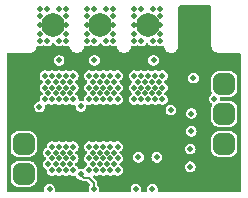
<source format=gbr>
%TF.GenerationSoftware,KiCad,Pcbnew,7.0.2-6a45011f42~172~ubuntu22.04.1*%
%TF.CreationDate,2023-05-29T23:07:21+12:00*%
%TF.ProjectId,THE_BRAWN-20A_POWER,5448455f-4252-4415-974e-2d3230415f50,v2.0*%
%TF.SameCoordinates,Original*%
%TF.FileFunction,Copper,L2,Inr*%
%TF.FilePolarity,Positive*%
%FSLAX46Y46*%
G04 Gerber Fmt 4.6, Leading zero omitted, Abs format (unit mm)*
G04 Created by KiCad (PCBNEW 7.0.2-6a45011f42~172~ubuntu22.04.1) date 2023-05-29 23:07:21*
%MOMM*%
%LPD*%
G01*
G04 APERTURE LIST*
G04 Aperture macros list*
%AMRoundRect*
0 Rectangle with rounded corners*
0 $1 Rounding radius*
0 $2 $3 $4 $5 $6 $7 $8 $9 X,Y pos of 4 corners*
0 Add a 4 corners polygon primitive as box body*
4,1,4,$2,$3,$4,$5,$6,$7,$8,$9,$2,$3,0*
0 Add four circle primitives for the rounded corners*
1,1,$1+$1,$2,$3*
1,1,$1+$1,$4,$5*
1,1,$1+$1,$6,$7*
1,1,$1+$1,$8,$9*
0 Add four rect primitives between the rounded corners*
20,1,$1+$1,$2,$3,$4,$5,0*
20,1,$1+$1,$4,$5,$6,$7,0*
20,1,$1+$1,$6,$7,$8,$9,0*
20,1,$1+$1,$8,$9,$2,$3,0*%
G04 Aperture macros list end*
%TA.AperFunction,ComponentPad*%
%ADD10RoundRect,0.450000X-0.450000X-0.450000X0.450000X-0.450000X0.450000X0.450000X-0.450000X0.450000X0*%
%TD*%
%TA.AperFunction,ComponentPad*%
%ADD11C,2.000000*%
%TD*%
%TA.AperFunction,ViaPad*%
%ADD12C,0.500000*%
%TD*%
%TA.AperFunction,Conductor*%
%ADD13C,0.200000*%
%TD*%
G04 APERTURE END LIST*
D10*
%TO.N,GND*%
%TO.C,J2*%
X137000000Y-155500000D03*
X137000000Y-158040000D03*
%TO.N,/A_FET_N2*%
X137000000Y-160580000D03*
%TO.N,/A_FET_N1*%
X137000000Y-163120000D03*
%TD*%
D11*
%TO.N,/A_MOTOR-*%
%TO.C,H4*%
X143500000Y-150500000D03*
%TD*%
%TO.N,/A_MOTOR+*%
%TO.C,H3*%
X139500000Y-150500000D03*
%TD*%
%TO.N,GND*%
%TO.C,H2*%
X151500000Y-150500000D03*
%TD*%
D10*
%TO.N,/A_FET_N1_HS*%
%TO.C,J1*%
X154000000Y-155500000D03*
%TO.N,/A_FET_N2_HS*%
X154000000Y-158040000D03*
%TO.N,VCC*%
X154000000Y-160580000D03*
%TO.N,GND*%
X154000000Y-163120000D03*
%TD*%
D11*
%TO.N,Net-(Q1-D)*%
%TO.C,H1*%
X147500000Y-150500000D03*
%TD*%
D12*
%TO.N,/A_MOTOR+*%
X141200000Y-162800000D03*
X140300000Y-155300000D03*
X140600000Y-156800000D03*
X140600000Y-150500000D03*
X139400000Y-160800000D03*
X140300000Y-162300000D03*
X140000000Y-151850000D03*
X140000000Y-156800000D03*
X139400000Y-155800000D03*
X139100000Y-162300000D03*
X140600000Y-149150000D03*
X140000000Y-149150000D03*
X141200000Y-156800000D03*
X141200000Y-161800000D03*
X140000000Y-162800000D03*
X140600000Y-160800000D03*
X139400000Y-162800000D03*
X139700000Y-161300000D03*
X140600000Y-151850000D03*
X140000000Y-153500000D03*
X140000000Y-160800000D03*
X140600000Y-151250000D03*
X139700000Y-162300000D03*
X138800000Y-156800000D03*
X138400000Y-149150000D03*
X140000000Y-161800000D03*
X139000000Y-151850000D03*
X138400000Y-149750000D03*
X139400000Y-161800000D03*
X139000000Y-149150000D03*
X140600000Y-154800000D03*
X140300000Y-156300000D03*
X141200000Y-154800000D03*
X140000000Y-155800000D03*
X138400000Y-150500000D03*
X141200000Y-155800000D03*
X139100000Y-161300000D03*
X139700000Y-155300000D03*
X139100000Y-155300000D03*
X140600000Y-161800000D03*
X139400000Y-154800000D03*
X138400000Y-151250000D03*
X140300000Y-161300000D03*
X139700000Y-156300000D03*
X138400000Y-151850000D03*
X138800000Y-154800000D03*
X140600000Y-162800000D03*
X139100000Y-156300000D03*
X140900000Y-161300000D03*
X140600000Y-149750000D03*
X140600000Y-155800000D03*
X141200000Y-160800000D03*
X140900000Y-162300000D03*
X140900000Y-155300000D03*
X140000000Y-154800000D03*
X139400000Y-156800000D03*
X138800000Y-155800000D03*
X140900000Y-156300000D03*
%TO.N,/A_MOTOR-*%
X144950000Y-161800000D03*
X142400000Y-151850000D03*
X143150000Y-155800000D03*
X142400000Y-150500000D03*
X144650000Y-161300000D03*
X144350000Y-161800000D03*
X142400000Y-149750000D03*
X144350000Y-156800000D03*
X144600000Y-149750000D03*
X144950000Y-160800000D03*
X144050000Y-161300000D03*
X143000000Y-149150000D03*
X143150000Y-162800000D03*
X143150000Y-156800000D03*
X142850000Y-161300000D03*
X144050000Y-155300000D03*
X142550000Y-156800000D03*
X142400000Y-149150000D03*
X143750000Y-162800000D03*
X144000000Y-149150000D03*
X142400000Y-151250000D03*
X142550000Y-154800000D03*
X144350000Y-162800000D03*
X142550000Y-162800000D03*
X143450000Y-156300000D03*
X143750000Y-154800000D03*
X143450000Y-162300000D03*
X144050000Y-162300000D03*
X144350000Y-160800000D03*
X144000000Y-151850000D03*
X144950000Y-154800000D03*
X142850000Y-156300000D03*
X143150000Y-160800000D03*
X144650000Y-156300000D03*
X144650000Y-162300000D03*
X143000000Y-151850000D03*
X143450000Y-161300000D03*
X142550000Y-161800000D03*
X142550000Y-160800000D03*
X143750000Y-155800000D03*
X143450000Y-155300000D03*
X144950000Y-155800000D03*
X144350000Y-155800000D03*
X144950000Y-162800000D03*
X143000000Y-153500000D03*
X142850000Y-162300000D03*
X143150000Y-161800000D03*
X143750000Y-161800000D03*
X144600000Y-150500000D03*
X144600000Y-151250000D03*
X144050000Y-156300000D03*
X144650000Y-155300000D03*
X144600000Y-151850000D03*
X144950000Y-156800000D03*
X143750000Y-160800000D03*
X143750000Y-156800000D03*
X142550000Y-155800000D03*
X142850000Y-155300000D03*
X143150000Y-154800000D03*
X144600000Y-149150000D03*
X144350000Y-154800000D03*
%TO.N,VCC*%
X149475000Y-157700000D03*
%TO.N,GND*%
X137820230Y-161849775D03*
X152600000Y-150500000D03*
X135950000Y-153200000D03*
X154900000Y-159300000D03*
X136100000Y-161850000D03*
X152700000Y-164400000D03*
X151000000Y-151850000D03*
X145150000Y-164400000D03*
X152000000Y-149150000D03*
X136125000Y-159300000D03*
X153150000Y-161850000D03*
X152000000Y-164400000D03*
X141400000Y-164400000D03*
X150400000Y-149750000D03*
X138300000Y-164400000D03*
X150400000Y-149150000D03*
X152600000Y-149750000D03*
X139900000Y-164400000D03*
X152000000Y-151850000D03*
X140650000Y-164400000D03*
X142250000Y-164400000D03*
X154900000Y-161850000D03*
X145800000Y-164400000D03*
X155000000Y-153200000D03*
X155050000Y-164300000D03*
X154900000Y-156775000D03*
X152600000Y-151250000D03*
X137850000Y-154250000D03*
X149900000Y-164400000D03*
X148599503Y-164400000D03*
X153100000Y-154250000D03*
X150400000Y-151850000D03*
X150400000Y-150500000D03*
X152600000Y-149150000D03*
X136075000Y-156775000D03*
X151000000Y-149150000D03*
X137850000Y-159300000D03*
X151000000Y-153500000D03*
X150600000Y-164400000D03*
X152600000Y-151850000D03*
X147200498Y-164400000D03*
X153150000Y-159300000D03*
X145625000Y-157285000D03*
X150400000Y-151250000D03*
X151300000Y-164400000D03*
X149250000Y-164400000D03*
X136075000Y-154250000D03*
X143825000Y-164400000D03*
X135950000Y-164300000D03*
X144500000Y-164400000D03*
X154900000Y-154250000D03*
X137825000Y-156775000D03*
%TO.N,/A_FET_P1*%
X138336801Y-157439387D03*
X146725000Y-161700000D03*
X151200000Y-159500000D03*
%TO.N,/A_FET_N1*%
X151100000Y-161000000D03*
X139200000Y-164400000D03*
%TO.N,/A_FET_N1_HS*%
X151374500Y-155000000D03*
X146500000Y-164400000D03*
%TO.N,/A_FET_N2_HS*%
X147900001Y-164400000D03*
X153147731Y-156754538D03*
%TO.N,/A_FET_P2*%
X151200000Y-158000000D03*
X148275000Y-161700000D03*
X141850000Y-157400000D03*
%TO.N,/A_FET_N2*%
X141842774Y-163152480D03*
X142950000Y-164400000D03*
X151100000Y-162500000D03*
%TO.N,Net-(Q1-D)*%
X147850000Y-156300000D03*
X148750000Y-154800000D03*
X146950000Y-154800000D03*
X146350000Y-155800000D03*
X147950000Y-151850000D03*
X148450000Y-156300000D03*
X146650000Y-155300000D03*
X148550000Y-150500000D03*
X148550000Y-151850000D03*
X146950000Y-156800000D03*
X146350000Y-151250000D03*
X146950000Y-149150000D03*
X147550000Y-156800000D03*
X148550000Y-149750000D03*
X148150000Y-156800000D03*
X146350000Y-149150000D03*
X146350000Y-151850000D03*
X148450000Y-155300000D03*
X146350000Y-149750000D03*
X146950000Y-151850000D03*
X146350000Y-154800000D03*
X148750000Y-155800000D03*
X148150000Y-154800000D03*
X146350000Y-150500000D03*
X146650000Y-156300000D03*
X147250000Y-156300000D03*
X147850000Y-155300000D03*
X147250000Y-155300000D03*
X147550000Y-155800000D03*
X148750000Y-156800000D03*
X148550000Y-151250000D03*
X147950000Y-149150000D03*
X148150000Y-155800000D03*
X148550000Y-149150000D03*
X147550000Y-154800000D03*
X146350000Y-156800000D03*
X148000000Y-153500000D03*
X146950000Y-155800000D03*
%TD*%
D13*
%TO.N,/A_FET_N1*%
X137155000Y-163475000D02*
X136800000Y-163120000D01*
%TO.N,/A_FET_N2*%
X142950000Y-163900000D02*
X142500000Y-163450000D01*
X142500000Y-163450000D02*
X142140294Y-163450000D01*
X142950000Y-164400500D02*
X142950000Y-163900000D01*
X137157818Y-160580000D02*
X136800000Y-160580000D01*
X142140294Y-163450000D02*
X141842774Y-163152480D01*
%TD*%
%TA.AperFunction,Conductor*%
%TO.N,GND*%
G36*
X152842539Y-148870185D02*
G01*
X152888294Y-148922989D01*
X152899500Y-148974500D01*
X152899500Y-152317660D01*
X152929610Y-152449587D01*
X152988324Y-152571505D01*
X152988325Y-152571507D01*
X153072695Y-152677305D01*
X153178493Y-152761675D01*
X153300411Y-152820388D01*
X153300412Y-152820389D01*
X153432339Y-152850500D01*
X153432340Y-152850500D01*
X153484083Y-152850500D01*
X155275500Y-152850500D01*
X155342539Y-152870185D01*
X155388294Y-152922989D01*
X155399500Y-152974500D01*
X155399500Y-164525500D01*
X155379815Y-164592539D01*
X155327011Y-164638294D01*
X155275500Y-164649500D01*
X148462365Y-164649500D01*
X148395326Y-164629815D01*
X148349571Y-164577011D01*
X148339627Y-164507853D01*
X148355134Y-164400000D01*
X148336698Y-164271774D01*
X148311956Y-164217598D01*
X148282882Y-164153935D01*
X148198050Y-164056033D01*
X148089069Y-163985994D01*
X147964774Y-163949500D01*
X147964773Y-163949500D01*
X147835229Y-163949500D01*
X147835228Y-163949500D01*
X147710932Y-163985994D01*
X147601951Y-164056033D01*
X147517119Y-164153935D01*
X147463303Y-164271773D01*
X147444868Y-164399999D01*
X147460375Y-164507853D01*
X147450431Y-164577012D01*
X147404676Y-164629816D01*
X147337637Y-164649500D01*
X147062364Y-164649500D01*
X146995325Y-164629815D01*
X146949570Y-164577011D01*
X146939626Y-164507853D01*
X146955133Y-164400000D01*
X146936697Y-164271774D01*
X146911955Y-164217598D01*
X146882881Y-164153935D01*
X146798049Y-164056033D01*
X146689068Y-163985994D01*
X146564773Y-163949500D01*
X146564772Y-163949500D01*
X146435228Y-163949500D01*
X146435227Y-163949500D01*
X146310931Y-163985994D01*
X146201950Y-164056033D01*
X146117118Y-164153935D01*
X146063302Y-164271773D01*
X146044867Y-164399999D01*
X146060374Y-164507853D01*
X146050430Y-164577012D01*
X146004675Y-164629816D01*
X145937636Y-164649500D01*
X143512364Y-164649500D01*
X143445325Y-164629815D01*
X143399570Y-164577011D01*
X143389626Y-164507853D01*
X143405133Y-164400000D01*
X143386697Y-164271774D01*
X143332882Y-164153937D01*
X143323264Y-164142837D01*
X143280786Y-164093813D01*
X143251762Y-164030257D01*
X143250500Y-164012612D01*
X143250500Y-163969245D01*
X143253243Y-163952424D01*
X143252772Y-163942237D01*
X143252773Y-163942235D01*
X143250632Y-163895919D01*
X143250500Y-163890194D01*
X143250500Y-163871177D01*
X143248817Y-163856680D01*
X143247585Y-163830008D01*
X143244786Y-163823670D01*
X143236332Y-163796367D01*
X143235061Y-163789567D01*
X143226371Y-163775532D01*
X143221002Y-163766860D01*
X143212995Y-163751670D01*
X143202206Y-163727235D01*
X143197310Y-163722339D01*
X143179563Y-163699933D01*
X143175919Y-163694048D01*
X143154602Y-163677950D01*
X143141648Y-163666677D01*
X142919458Y-163444487D01*
X142885973Y-163383164D01*
X142890957Y-163313472D01*
X142932829Y-163257539D01*
X142998293Y-163233122D01*
X143042073Y-163237829D01*
X143085227Y-163250500D01*
X143085228Y-163250500D01*
X143214773Y-163250500D01*
X143339068Y-163214005D01*
X143378060Y-163188945D01*
X143382960Y-163185796D01*
X143449999Y-163166112D01*
X143517037Y-163185795D01*
X143518925Y-163187009D01*
X143560931Y-163214005D01*
X143685227Y-163250500D01*
X143685228Y-163250500D01*
X143814773Y-163250500D01*
X143900345Y-163225374D01*
X143939069Y-163214004D01*
X143982958Y-163185797D01*
X144049997Y-163166112D01*
X144117037Y-163185795D01*
X144117039Y-163185797D01*
X144160931Y-163214005D01*
X144285227Y-163250500D01*
X144285228Y-163250500D01*
X144414773Y-163250500D01*
X144539068Y-163214005D01*
X144578060Y-163188945D01*
X144582960Y-163185796D01*
X144649999Y-163166112D01*
X144717037Y-163185795D01*
X144718925Y-163187009D01*
X144760931Y-163214005D01*
X144885227Y-163250500D01*
X144885228Y-163250500D01*
X145014773Y-163250500D01*
X145139068Y-163214005D01*
X145167758Y-163195566D01*
X145248049Y-163143967D01*
X145332882Y-163046063D01*
X145386697Y-162928226D01*
X145405133Y-162800000D01*
X145386697Y-162671774D01*
X145384492Y-162666946D01*
X145332881Y-162553935D01*
X145286146Y-162500000D01*
X150644867Y-162500000D01*
X150663302Y-162628226D01*
X150717118Y-162746064D01*
X150801950Y-162843966D01*
X150801951Y-162843967D01*
X150830640Y-162862404D01*
X150910931Y-162914005D01*
X151035227Y-162950500D01*
X151035228Y-162950500D01*
X151164773Y-162950500D01*
X151289068Y-162914005D01*
X151317758Y-162895566D01*
X151398049Y-162843967D01*
X151482882Y-162746063D01*
X151536697Y-162628226D01*
X151555133Y-162500000D01*
X151538053Y-162381203D01*
X151536697Y-162371773D01*
X151482881Y-162253935D01*
X151398049Y-162156033D01*
X151289068Y-162085994D01*
X151164773Y-162049500D01*
X151164772Y-162049500D01*
X151035228Y-162049500D01*
X151035227Y-162049500D01*
X150910931Y-162085994D01*
X150801950Y-162156033D01*
X150717118Y-162253935D01*
X150663302Y-162371773D01*
X150644867Y-162500000D01*
X145286146Y-162500000D01*
X145248049Y-162456033D01*
X145167574Y-162404314D01*
X145121819Y-162351509D01*
X145111876Y-162282351D01*
X145140902Y-162218795D01*
X145167568Y-162195688D01*
X145248049Y-162143967D01*
X145332882Y-162046063D01*
X145386697Y-161928226D01*
X145405133Y-161800000D01*
X145390755Y-161700000D01*
X146269867Y-161700000D01*
X146288302Y-161828226D01*
X146342118Y-161946064D01*
X146405916Y-162019691D01*
X146426951Y-162043967D01*
X146430214Y-162046064D01*
X146535931Y-162114005D01*
X146660227Y-162150500D01*
X146660228Y-162150500D01*
X146789773Y-162150500D01*
X146914068Y-162114005D01*
X146957650Y-162085996D01*
X147023049Y-162043967D01*
X147107882Y-161946063D01*
X147161697Y-161828226D01*
X147180133Y-161700000D01*
X147819867Y-161700000D01*
X147838302Y-161828226D01*
X147892118Y-161946064D01*
X147955916Y-162019691D01*
X147976951Y-162043967D01*
X147980214Y-162046064D01*
X148085931Y-162114005D01*
X148210227Y-162150500D01*
X148210228Y-162150500D01*
X148339773Y-162150500D01*
X148464068Y-162114005D01*
X148507650Y-162085996D01*
X148573049Y-162043967D01*
X148657882Y-161946063D01*
X148711697Y-161828226D01*
X148730133Y-161700000D01*
X148711697Y-161571774D01*
X148700876Y-161548080D01*
X148657881Y-161453935D01*
X148573049Y-161356033D01*
X148464068Y-161285994D01*
X148339773Y-161249500D01*
X148339772Y-161249500D01*
X148210228Y-161249500D01*
X148210227Y-161249500D01*
X148085931Y-161285994D01*
X147976950Y-161356033D01*
X147892118Y-161453935D01*
X147838302Y-161571773D01*
X147819867Y-161700000D01*
X147180133Y-161700000D01*
X147161697Y-161571774D01*
X147150876Y-161548080D01*
X147107881Y-161453935D01*
X147023049Y-161356033D01*
X146914068Y-161285994D01*
X146789773Y-161249500D01*
X146789772Y-161249500D01*
X146660228Y-161249500D01*
X146660227Y-161249500D01*
X146535931Y-161285994D01*
X146426950Y-161356033D01*
X146342118Y-161453935D01*
X146288302Y-161571773D01*
X146269867Y-161700000D01*
X145390755Y-161700000D01*
X145386697Y-161671774D01*
X145332882Y-161553937D01*
X145332881Y-161553936D01*
X145332881Y-161553935D01*
X145248049Y-161456033D01*
X145167574Y-161404314D01*
X145121819Y-161351509D01*
X145111876Y-161282351D01*
X145140902Y-161218795D01*
X145167568Y-161195688D01*
X145248049Y-161143967D01*
X145332882Y-161046063D01*
X145353919Y-161000000D01*
X150644867Y-161000000D01*
X150663302Y-161128226D01*
X150717118Y-161246064D01*
X150779145Y-161317647D01*
X150801951Y-161343967D01*
X150813687Y-161351509D01*
X150910931Y-161414005D01*
X151035227Y-161450500D01*
X151035228Y-161450500D01*
X151164773Y-161450500D01*
X151289068Y-161414005D01*
X151352947Y-161372952D01*
X151398049Y-161343967D01*
X151482882Y-161246063D01*
X151536697Y-161128226D01*
X151541374Y-161095694D01*
X152899500Y-161095694D01*
X152899690Y-161098114D01*
X152899691Y-161098128D01*
X152902402Y-161132572D01*
X152948255Y-161290397D01*
X152964371Y-161317647D01*
X153031919Y-161431865D01*
X153148135Y-161548081D01*
X153188198Y-161571774D01*
X153289602Y-161631744D01*
X153447427Y-161677597D01*
X153447431Y-161677598D01*
X153484306Y-161680500D01*
X153486751Y-161680500D01*
X154513249Y-161680500D01*
X154515694Y-161680500D01*
X154552569Y-161677598D01*
X154710398Y-161631744D01*
X154851865Y-161548081D01*
X154968081Y-161431865D01*
X155051744Y-161290398D01*
X155097598Y-161132569D01*
X155100500Y-161095694D01*
X155100500Y-160064306D01*
X155097598Y-160027431D01*
X155051744Y-159869602D01*
X154968081Y-159728135D01*
X154851865Y-159611919D01*
X154710397Y-159528255D01*
X154552572Y-159482402D01*
X154518128Y-159479691D01*
X154518114Y-159479690D01*
X154515694Y-159479500D01*
X153484306Y-159479500D01*
X153481886Y-159479690D01*
X153481871Y-159479691D01*
X153447427Y-159482402D01*
X153289602Y-159528255D01*
X153148134Y-159611919D01*
X153031919Y-159728134D01*
X152948255Y-159869602D01*
X152902402Y-160027427D01*
X152899691Y-160061871D01*
X152899690Y-160061886D01*
X152899500Y-160064306D01*
X152899500Y-161095694D01*
X151541374Y-161095694D01*
X151555133Y-161000000D01*
X151537625Y-160878225D01*
X151536697Y-160871773D01*
X151482881Y-160753935D01*
X151398049Y-160656033D01*
X151289068Y-160585994D01*
X151164773Y-160549500D01*
X151164772Y-160549500D01*
X151035228Y-160549500D01*
X151035227Y-160549500D01*
X150910931Y-160585994D01*
X150801950Y-160656033D01*
X150717118Y-160753935D01*
X150663302Y-160871773D01*
X150644867Y-161000000D01*
X145353919Y-161000000D01*
X145386697Y-160928226D01*
X145405133Y-160800000D01*
X145386697Y-160671774D01*
X145379508Y-160656033D01*
X145332881Y-160553935D01*
X145248049Y-160456033D01*
X145139068Y-160385994D01*
X145014773Y-160349500D01*
X145014772Y-160349500D01*
X144885228Y-160349500D01*
X144885227Y-160349500D01*
X144760932Y-160385994D01*
X144717039Y-160414203D01*
X144650000Y-160433887D01*
X144582961Y-160414203D01*
X144539067Y-160385994D01*
X144414773Y-160349500D01*
X144414772Y-160349500D01*
X144285228Y-160349500D01*
X144285227Y-160349500D01*
X144160932Y-160385994D01*
X144117039Y-160414203D01*
X144050000Y-160433887D01*
X143982961Y-160414203D01*
X143939067Y-160385994D01*
X143814773Y-160349500D01*
X143814772Y-160349500D01*
X143685228Y-160349500D01*
X143685227Y-160349500D01*
X143560932Y-160385994D01*
X143517039Y-160414203D01*
X143450000Y-160433887D01*
X143382961Y-160414203D01*
X143339067Y-160385994D01*
X143214773Y-160349500D01*
X143214772Y-160349500D01*
X143085228Y-160349500D01*
X143085227Y-160349500D01*
X142960929Y-160385995D01*
X142917037Y-160414203D01*
X142849998Y-160433887D01*
X142782959Y-160414202D01*
X142739068Y-160385994D01*
X142614773Y-160349500D01*
X142614772Y-160349500D01*
X142485228Y-160349500D01*
X142485227Y-160349500D01*
X142360931Y-160385994D01*
X142251950Y-160456033D01*
X142167118Y-160553935D01*
X142113302Y-160671773D01*
X142094867Y-160800000D01*
X142113302Y-160928226D01*
X142167118Y-161046064D01*
X142242077Y-161132572D01*
X142251951Y-161143967D01*
X142295220Y-161171774D01*
X142332426Y-161195685D01*
X142378180Y-161248489D01*
X142388124Y-161317647D01*
X142359099Y-161381203D01*
X142332426Y-161404315D01*
X142251949Y-161456034D01*
X142167118Y-161553935D01*
X142113302Y-161671773D01*
X142094867Y-161800000D01*
X142113302Y-161928226D01*
X142167118Y-162046064D01*
X142225988Y-162114004D01*
X142251951Y-162143967D01*
X142295220Y-162171774D01*
X142332426Y-162195685D01*
X142378180Y-162248489D01*
X142388124Y-162317647D01*
X142359099Y-162381203D01*
X142332426Y-162404315D01*
X142251949Y-162456034D01*
X142167118Y-162553935D01*
X142121445Y-162653944D01*
X142075690Y-162706748D01*
X142008650Y-162726432D01*
X141973717Y-162721409D01*
X141907547Y-162701980D01*
X141907546Y-162701980D01*
X141778002Y-162701980D01*
X141768660Y-162704723D01*
X141698790Y-162704721D01*
X141640013Y-162666946D01*
X141620933Y-162637256D01*
X141582882Y-162553936D01*
X141498049Y-162456033D01*
X141417574Y-162404314D01*
X141371819Y-162351509D01*
X141361876Y-162282351D01*
X141390902Y-162218795D01*
X141417568Y-162195688D01*
X141498049Y-162143967D01*
X141582882Y-162046063D01*
X141636697Y-161928226D01*
X141655133Y-161800000D01*
X141636697Y-161671774D01*
X141582882Y-161553937D01*
X141582881Y-161553936D01*
X141582881Y-161553935D01*
X141498049Y-161456033D01*
X141417574Y-161404314D01*
X141371819Y-161351509D01*
X141361876Y-161282351D01*
X141390902Y-161218795D01*
X141417568Y-161195688D01*
X141498049Y-161143967D01*
X141582882Y-161046063D01*
X141636697Y-160928226D01*
X141655133Y-160800000D01*
X141636697Y-160671774D01*
X141629508Y-160656033D01*
X141582881Y-160553935D01*
X141498049Y-160456033D01*
X141389068Y-160385994D01*
X141264773Y-160349500D01*
X141264772Y-160349500D01*
X141135228Y-160349500D01*
X141135227Y-160349500D01*
X141010932Y-160385994D01*
X140967039Y-160414203D01*
X140900000Y-160433887D01*
X140832961Y-160414203D01*
X140789067Y-160385994D01*
X140664773Y-160349500D01*
X140664772Y-160349500D01*
X140535228Y-160349500D01*
X140535227Y-160349500D01*
X140410929Y-160385995D01*
X140367037Y-160414203D01*
X140299998Y-160433887D01*
X140232959Y-160414202D01*
X140189068Y-160385994D01*
X140064773Y-160349500D01*
X140064772Y-160349500D01*
X139935228Y-160349500D01*
X139935227Y-160349500D01*
X139810932Y-160385994D01*
X139767039Y-160414203D01*
X139700000Y-160433887D01*
X139632961Y-160414203D01*
X139589067Y-160385994D01*
X139464773Y-160349500D01*
X139464772Y-160349500D01*
X139335228Y-160349500D01*
X139335227Y-160349500D01*
X139210931Y-160385994D01*
X139101950Y-160456033D01*
X139017118Y-160553935D01*
X138963302Y-160671773D01*
X138942757Y-160814669D01*
X138913732Y-160878225D01*
X138887059Y-160901337D01*
X138801950Y-160956033D01*
X138717118Y-161053935D01*
X138663302Y-161171773D01*
X138644867Y-161300000D01*
X138663302Y-161428226D01*
X138717118Y-161546064D01*
X138739396Y-161571774D01*
X138801951Y-161643967D01*
X138854282Y-161677598D01*
X138882426Y-161695685D01*
X138928180Y-161748489D01*
X138938124Y-161817647D01*
X138909099Y-161881203D01*
X138882426Y-161904315D01*
X138801949Y-161956034D01*
X138717118Y-162053935D01*
X138663302Y-162171773D01*
X138644867Y-162300000D01*
X138663302Y-162428226D01*
X138717118Y-162546064D01*
X138796136Y-162637256D01*
X138801951Y-162643967D01*
X138845220Y-162671774D01*
X138887060Y-162698663D01*
X138932814Y-162751467D01*
X138942758Y-162785331D01*
X138963302Y-162928226D01*
X139017118Y-163046064D01*
X139100000Y-163141715D01*
X139101951Y-163143967D01*
X139130640Y-163162404D01*
X139210931Y-163214005D01*
X139335227Y-163250500D01*
X139335228Y-163250500D01*
X139464773Y-163250500D01*
X139589068Y-163214005D01*
X139628060Y-163188945D01*
X139632960Y-163185796D01*
X139699999Y-163166112D01*
X139767037Y-163185795D01*
X139768925Y-163187009D01*
X139810931Y-163214005D01*
X139935227Y-163250500D01*
X139935228Y-163250500D01*
X140064773Y-163250500D01*
X140150345Y-163225374D01*
X140189069Y-163214004D01*
X140232958Y-163185797D01*
X140299997Y-163166112D01*
X140367037Y-163185795D01*
X140367039Y-163185797D01*
X140410931Y-163214005D01*
X140535227Y-163250500D01*
X140535228Y-163250500D01*
X140664773Y-163250500D01*
X140789068Y-163214005D01*
X140828060Y-163188945D01*
X140832960Y-163185796D01*
X140899999Y-163166112D01*
X140967037Y-163185795D01*
X140968925Y-163187009D01*
X141010931Y-163214005D01*
X141135227Y-163250500D01*
X141135228Y-163250500D01*
X141264771Y-163250500D01*
X141264772Y-163250500D01*
X141274110Y-163247757D01*
X141343978Y-163247756D01*
X141402757Y-163285529D01*
X141421840Y-163315222D01*
X141459892Y-163398544D01*
X141499702Y-163444487D01*
X141544725Y-163496447D01*
X141573414Y-163514884D01*
X141653705Y-163566485D01*
X141778001Y-163602980D01*
X141778002Y-163602980D01*
X141814021Y-163602980D01*
X141881060Y-163622665D01*
X141897557Y-163635341D01*
X141910839Y-163647449D01*
X141930611Y-163665475D01*
X141934751Y-163669429D01*
X141948181Y-163682859D01*
X141959616Y-163691916D01*
X141979361Y-163709916D01*
X141985815Y-163712416D01*
X142011099Y-163725743D01*
X142016813Y-163729657D01*
X142042819Y-163735773D01*
X142059211Y-163740849D01*
X142084121Y-163750500D01*
X142091046Y-163750500D01*
X142119436Y-163753794D01*
X142126175Y-163755379D01*
X142152626Y-163751689D01*
X142169758Y-163750500D01*
X142324167Y-163750500D01*
X142391206Y-163770185D01*
X142411848Y-163786819D01*
X142583831Y-163958802D01*
X142617316Y-164020125D01*
X142612332Y-164089817D01*
X142589866Y-164127682D01*
X142567118Y-164153935D01*
X142513302Y-164271773D01*
X142494867Y-164399999D01*
X142510374Y-164507853D01*
X142500430Y-164577012D01*
X142454675Y-164629816D01*
X142387636Y-164649500D01*
X139762364Y-164649500D01*
X139695325Y-164629815D01*
X139649570Y-164577011D01*
X139639626Y-164507853D01*
X139655133Y-164400000D01*
X139636697Y-164271774D01*
X139611955Y-164217598D01*
X139582881Y-164153935D01*
X139498049Y-164056033D01*
X139389068Y-163985994D01*
X139264773Y-163949500D01*
X139264772Y-163949500D01*
X139135228Y-163949500D01*
X139135227Y-163949500D01*
X139010931Y-163985994D01*
X138901950Y-164056033D01*
X138817118Y-164153935D01*
X138763302Y-164271773D01*
X138744867Y-164399999D01*
X138760374Y-164507853D01*
X138750430Y-164577012D01*
X138704675Y-164629816D01*
X138637636Y-164649500D01*
X135724500Y-164649500D01*
X135657461Y-164629815D01*
X135611706Y-164577011D01*
X135600500Y-164525500D01*
X135600500Y-163635694D01*
X135899500Y-163635694D01*
X135899690Y-163638114D01*
X135899691Y-163638128D01*
X135902402Y-163672572D01*
X135948255Y-163830397D01*
X135983619Y-163890194D01*
X136031919Y-163971865D01*
X136148135Y-164088081D01*
X136259490Y-164153936D01*
X136289602Y-164171744D01*
X136447427Y-164217597D01*
X136447431Y-164217598D01*
X136484306Y-164220500D01*
X136486751Y-164220500D01*
X137513249Y-164220500D01*
X137515694Y-164220500D01*
X137552569Y-164217598D01*
X137710398Y-164171744D01*
X137851865Y-164088081D01*
X137968081Y-163971865D01*
X138051744Y-163830398D01*
X138097598Y-163672569D01*
X138100500Y-163635694D01*
X138100500Y-162604306D01*
X138097598Y-162567431D01*
X138051744Y-162409602D01*
X137968081Y-162268135D01*
X137851865Y-162151919D01*
X137838419Y-162143967D01*
X137710397Y-162068255D01*
X137552572Y-162022402D01*
X137518128Y-162019691D01*
X137518114Y-162019690D01*
X137515694Y-162019500D01*
X136484306Y-162019500D01*
X136481886Y-162019690D01*
X136481871Y-162019691D01*
X136447427Y-162022402D01*
X136289602Y-162068255D01*
X136148134Y-162151919D01*
X136031919Y-162268134D01*
X135948255Y-162409602D01*
X135902402Y-162567427D01*
X135899691Y-162601871D01*
X135899690Y-162601886D01*
X135899500Y-162604306D01*
X135899500Y-163635694D01*
X135600500Y-163635694D01*
X135600500Y-161095694D01*
X135899500Y-161095694D01*
X135899690Y-161098114D01*
X135899691Y-161098128D01*
X135902402Y-161132572D01*
X135948255Y-161290397D01*
X135964371Y-161317647D01*
X136031919Y-161431865D01*
X136148135Y-161548081D01*
X136188198Y-161571774D01*
X136289602Y-161631744D01*
X136447427Y-161677597D01*
X136447431Y-161677598D01*
X136484306Y-161680500D01*
X136486751Y-161680500D01*
X137513249Y-161680500D01*
X137515694Y-161680500D01*
X137552569Y-161677598D01*
X137710398Y-161631744D01*
X137851865Y-161548081D01*
X137968081Y-161431865D01*
X138051744Y-161290398D01*
X138097598Y-161132569D01*
X138100500Y-161095694D01*
X138100500Y-160064306D01*
X138097598Y-160027431D01*
X138051744Y-159869602D01*
X137968081Y-159728135D01*
X137851865Y-159611919D01*
X137710397Y-159528255D01*
X137613144Y-159500000D01*
X150744867Y-159500000D01*
X150763302Y-159628226D01*
X150817118Y-159746064D01*
X150901950Y-159843966D01*
X150901951Y-159843967D01*
X150930640Y-159862404D01*
X151010931Y-159914005D01*
X151135227Y-159950500D01*
X151135228Y-159950500D01*
X151264773Y-159950500D01*
X151389068Y-159914005D01*
X151417758Y-159895566D01*
X151498049Y-159843967D01*
X151582882Y-159746063D01*
X151636697Y-159628226D01*
X151655133Y-159500000D01*
X151636697Y-159371774D01*
X151582882Y-159253937D01*
X151582881Y-159253936D01*
X151582881Y-159253935D01*
X151498049Y-159156033D01*
X151389068Y-159085994D01*
X151264773Y-159049500D01*
X151264772Y-159049500D01*
X151135228Y-159049500D01*
X151135227Y-159049500D01*
X151010931Y-159085994D01*
X150901950Y-159156033D01*
X150817118Y-159253935D01*
X150763302Y-159371773D01*
X150744867Y-159500000D01*
X137613144Y-159500000D01*
X137552572Y-159482402D01*
X137518128Y-159479691D01*
X137518114Y-159479690D01*
X137515694Y-159479500D01*
X136484306Y-159479500D01*
X136481886Y-159479690D01*
X136481871Y-159479691D01*
X136447427Y-159482402D01*
X136289602Y-159528255D01*
X136148134Y-159611919D01*
X136031919Y-159728134D01*
X135948255Y-159869602D01*
X135902402Y-160027427D01*
X135899691Y-160061871D01*
X135899690Y-160061886D01*
X135899500Y-160064306D01*
X135899500Y-161095694D01*
X135600500Y-161095694D01*
X135600500Y-157439386D01*
X137881668Y-157439386D01*
X137900103Y-157567613D01*
X137953919Y-157685451D01*
X138013262Y-157753937D01*
X138038752Y-157783354D01*
X138067441Y-157801791D01*
X138147732Y-157853392D01*
X138272028Y-157889887D01*
X138272029Y-157889887D01*
X138401574Y-157889887D01*
X138525869Y-157853392D01*
X138554559Y-157834953D01*
X138634850Y-157783354D01*
X138719683Y-157685450D01*
X138773498Y-157567613D01*
X138791934Y-157439387D01*
X138784117Y-157385022D01*
X138794060Y-157315868D01*
X138839815Y-157263063D01*
X138871918Y-157248401D01*
X138989069Y-157214004D01*
X139032960Y-157185796D01*
X139099999Y-157166112D01*
X139167037Y-157185795D01*
X139168925Y-157187009D01*
X139210931Y-157214005D01*
X139335227Y-157250500D01*
X139335228Y-157250500D01*
X139464773Y-157250500D01*
X139526920Y-157232251D01*
X139589069Y-157214004D01*
X139632958Y-157185797D01*
X139699997Y-157166112D01*
X139767037Y-157185795D01*
X139767039Y-157185797D01*
X139810931Y-157214005D01*
X139935227Y-157250500D01*
X139935228Y-157250500D01*
X140064773Y-157250500D01*
X140189068Y-157214005D01*
X140229324Y-157188134D01*
X140232960Y-157185796D01*
X140299999Y-157166112D01*
X140367037Y-157185795D01*
X140368925Y-157187009D01*
X140410931Y-157214005D01*
X140535227Y-157250500D01*
X140535228Y-157250500D01*
X140664773Y-157250500D01*
X140789068Y-157214005D01*
X140829324Y-157188134D01*
X140832960Y-157185796D01*
X140899999Y-157166112D01*
X140967037Y-157185795D01*
X140968925Y-157187009D01*
X141010931Y-157214005D01*
X141135227Y-157250500D01*
X141273258Y-157250500D01*
X141340297Y-157270185D01*
X141386052Y-157322989D01*
X141395996Y-157392145D01*
X141394866Y-157399998D01*
X141413302Y-157528226D01*
X141467118Y-157646064D01*
X141551950Y-157743966D01*
X141551951Y-157743967D01*
X141567462Y-157753935D01*
X141660931Y-157814005D01*
X141785227Y-157850500D01*
X141785228Y-157850500D01*
X141914773Y-157850500D01*
X142039068Y-157814005D01*
X142086763Y-157783353D01*
X142148049Y-157743967D01*
X142186146Y-157700000D01*
X149019867Y-157700000D01*
X149038302Y-157828226D01*
X149092118Y-157946064D01*
X149176950Y-158043966D01*
X149176951Y-158043967D01*
X149205640Y-158062404D01*
X149285931Y-158114005D01*
X149410227Y-158150500D01*
X149410228Y-158150500D01*
X149539773Y-158150500D01*
X149664068Y-158114005D01*
X149692758Y-158095566D01*
X149773049Y-158043967D01*
X149811146Y-158000000D01*
X150744867Y-158000000D01*
X150763302Y-158128226D01*
X150817118Y-158246064D01*
X150901950Y-158343966D01*
X150901951Y-158343967D01*
X150930640Y-158362404D01*
X151010931Y-158414005D01*
X151135227Y-158450500D01*
X151135228Y-158450500D01*
X151264773Y-158450500D01*
X151389068Y-158414005D01*
X151417758Y-158395566D01*
X151498049Y-158343967D01*
X151582882Y-158246063D01*
X151636697Y-158128226D01*
X151655133Y-158000000D01*
X151636697Y-157871774D01*
X151626981Y-157850500D01*
X151582881Y-157753935D01*
X151498049Y-157656033D01*
X151389068Y-157585994D01*
X151264773Y-157549500D01*
X151264772Y-157549500D01*
X151135228Y-157549500D01*
X151135227Y-157549500D01*
X151010931Y-157585994D01*
X150901950Y-157656033D01*
X150817118Y-157753935D01*
X150763302Y-157871773D01*
X150744867Y-158000000D01*
X149811146Y-158000000D01*
X149857882Y-157946063D01*
X149911697Y-157828226D01*
X149930133Y-157700000D01*
X149911697Y-157571774D01*
X149891135Y-157526751D01*
X149857881Y-157453935D01*
X149773049Y-157356033D01*
X149664068Y-157285994D01*
X149539773Y-157249500D01*
X149539772Y-157249500D01*
X149410228Y-157249500D01*
X149410227Y-157249500D01*
X149285931Y-157285994D01*
X149176950Y-157356033D01*
X149092118Y-157453935D01*
X149038302Y-157571773D01*
X149019867Y-157700000D01*
X142186146Y-157700000D01*
X142232882Y-157646063D01*
X142286697Y-157528226D01*
X142305133Y-157400000D01*
X142302211Y-157379679D01*
X142312154Y-157310525D01*
X142357908Y-157257720D01*
X142424948Y-157238035D01*
X142459879Y-157243057D01*
X142485228Y-157250500D01*
X142485230Y-157250500D01*
X142614773Y-157250500D01*
X142739068Y-157214005D01*
X142779324Y-157188134D01*
X142782960Y-157185796D01*
X142849999Y-157166112D01*
X142917037Y-157185795D01*
X142918925Y-157187009D01*
X142960931Y-157214005D01*
X143085227Y-157250500D01*
X143085228Y-157250500D01*
X143214773Y-157250500D01*
X143276920Y-157232251D01*
X143339069Y-157214004D01*
X143382958Y-157185797D01*
X143449997Y-157166112D01*
X143517037Y-157185795D01*
X143517039Y-157185797D01*
X143560931Y-157214005D01*
X143685227Y-157250500D01*
X143685228Y-157250500D01*
X143814773Y-157250500D01*
X143939068Y-157214005D01*
X143979324Y-157188134D01*
X143982960Y-157185796D01*
X144049999Y-157166112D01*
X144117037Y-157185795D01*
X144118925Y-157187009D01*
X144160931Y-157214005D01*
X144285227Y-157250500D01*
X144285228Y-157250500D01*
X144414773Y-157250500D01*
X144539068Y-157214005D01*
X144579324Y-157188134D01*
X144582960Y-157185796D01*
X144649999Y-157166112D01*
X144717037Y-157185795D01*
X144718925Y-157187009D01*
X144760931Y-157214005D01*
X144885227Y-157250500D01*
X144885228Y-157250500D01*
X145014773Y-157250500D01*
X145139068Y-157214005D01*
X145179322Y-157188135D01*
X145248049Y-157143967D01*
X145332882Y-157046063D01*
X145386697Y-156928226D01*
X145405133Y-156800000D01*
X145894867Y-156800000D01*
X145913302Y-156928226D01*
X145967118Y-157046064D01*
X146050000Y-157141715D01*
X146051951Y-157143967D01*
X146067465Y-157153937D01*
X146160931Y-157214005D01*
X146285227Y-157250500D01*
X146285228Y-157250500D01*
X146414773Y-157250500D01*
X146476920Y-157232251D01*
X146539069Y-157214004D01*
X146582958Y-157185797D01*
X146649997Y-157166112D01*
X146717037Y-157185795D01*
X146717039Y-157185797D01*
X146760931Y-157214005D01*
X146885227Y-157250500D01*
X146885228Y-157250500D01*
X147014773Y-157250500D01*
X147139068Y-157214005D01*
X147179324Y-157188134D01*
X147182960Y-157185796D01*
X147249999Y-157166112D01*
X147317037Y-157185795D01*
X147318925Y-157187009D01*
X147360931Y-157214005D01*
X147485227Y-157250500D01*
X147485228Y-157250500D01*
X147614773Y-157250500D01*
X147739068Y-157214005D01*
X147779324Y-157188134D01*
X147782960Y-157185796D01*
X147849999Y-157166112D01*
X147917037Y-157185795D01*
X147918925Y-157187009D01*
X147960931Y-157214005D01*
X148085227Y-157250500D01*
X148085228Y-157250500D01*
X148214773Y-157250500D01*
X148339068Y-157214005D01*
X148379324Y-157188134D01*
X148382960Y-157185796D01*
X148449999Y-157166112D01*
X148517037Y-157185795D01*
X148518925Y-157187009D01*
X148560931Y-157214005D01*
X148685227Y-157250500D01*
X148685228Y-157250500D01*
X148814773Y-157250500D01*
X148939068Y-157214005D01*
X148979322Y-157188135D01*
X149048049Y-157143967D01*
X149132882Y-157046063D01*
X149186697Y-156928226D01*
X149205133Y-156800000D01*
X149198597Y-156754538D01*
X152692598Y-156754538D01*
X152711033Y-156882764D01*
X152764849Y-157000602D01*
X152804241Y-157046063D01*
X152849682Y-157098505D01*
X152919628Y-157143456D01*
X152965382Y-157196259D01*
X152975326Y-157265418D01*
X152959321Y-157310890D01*
X152948255Y-157329601D01*
X152902402Y-157487427D01*
X152899691Y-157521871D01*
X152899690Y-157521886D01*
X152899500Y-157524306D01*
X152899500Y-158555694D01*
X152899690Y-158558114D01*
X152899691Y-158558128D01*
X152902402Y-158592572D01*
X152948255Y-158750397D01*
X152948256Y-158750398D01*
X153031919Y-158891865D01*
X153148135Y-159008081D01*
X153218171Y-159049500D01*
X153289602Y-159091744D01*
X153447427Y-159137597D01*
X153447431Y-159137598D01*
X153484306Y-159140500D01*
X153486751Y-159140500D01*
X154513249Y-159140500D01*
X154515694Y-159140500D01*
X154552569Y-159137598D01*
X154710398Y-159091744D01*
X154851865Y-159008081D01*
X154968081Y-158891865D01*
X155051744Y-158750398D01*
X155097598Y-158592569D01*
X155100500Y-158555694D01*
X155100500Y-157524306D01*
X155097598Y-157487431D01*
X155087866Y-157453935D01*
X155051744Y-157329602D01*
X155040462Y-157310525D01*
X154968081Y-157188135D01*
X154851865Y-157071919D01*
X154825003Y-157056033D01*
X154710397Y-156988255D01*
X154552572Y-156942402D01*
X154518128Y-156939691D01*
X154518114Y-156939690D01*
X154515694Y-156939500D01*
X154513249Y-156939500D01*
X153719374Y-156939500D01*
X153652335Y-156919815D01*
X153606580Y-156867011D01*
X153596636Y-156797853D01*
X153602864Y-156754538D01*
X153601082Y-156742145D01*
X153611025Y-156672989D01*
X153656780Y-156620185D01*
X153723819Y-156600500D01*
X154513249Y-156600500D01*
X154515694Y-156600500D01*
X154552569Y-156597598D01*
X154710398Y-156551744D01*
X154851865Y-156468081D01*
X154968081Y-156351865D01*
X155051744Y-156210398D01*
X155097598Y-156052569D01*
X155100500Y-156015694D01*
X155100500Y-154984306D01*
X155097598Y-154947431D01*
X155092018Y-154928226D01*
X155051744Y-154789602D01*
X154982060Y-154671773D01*
X154968081Y-154648135D01*
X154851865Y-154531919D01*
X154710397Y-154448255D01*
X154552572Y-154402402D01*
X154518128Y-154399691D01*
X154518114Y-154399690D01*
X154515694Y-154399500D01*
X153484306Y-154399500D01*
X153481886Y-154399690D01*
X153481871Y-154399691D01*
X153447427Y-154402402D01*
X153289602Y-154448255D01*
X153148134Y-154531919D01*
X153031919Y-154648134D01*
X152948255Y-154789602D01*
X152902402Y-154947427D01*
X152899691Y-154981871D01*
X152899690Y-154981886D01*
X152899500Y-154984306D01*
X152899500Y-156015694D01*
X152899690Y-156018114D01*
X152899691Y-156018128D01*
X152902402Y-156052572D01*
X152952626Y-156225441D01*
X152950946Y-156225928D01*
X152963250Y-156274425D01*
X152941090Y-156340687D01*
X152906377Y-156374135D01*
X152849680Y-156410572D01*
X152764849Y-156508473D01*
X152711033Y-156626311D01*
X152692598Y-156754538D01*
X149198597Y-156754538D01*
X149186697Y-156671774D01*
X149165934Y-156626311D01*
X149132881Y-156553935D01*
X149048049Y-156456033D01*
X148967574Y-156404314D01*
X148921819Y-156351509D01*
X148911876Y-156282351D01*
X148940902Y-156218795D01*
X148967568Y-156195688D01*
X149048049Y-156143967D01*
X149132882Y-156046063D01*
X149186697Y-155928226D01*
X149205133Y-155800000D01*
X149186697Y-155671774D01*
X149132882Y-155553937D01*
X149132881Y-155553936D01*
X149132881Y-155553935D01*
X149048049Y-155456033D01*
X148967574Y-155404314D01*
X148921819Y-155351509D01*
X148911876Y-155282351D01*
X148940902Y-155218795D01*
X148967568Y-155195688D01*
X149048049Y-155143967D01*
X149132882Y-155046063D01*
X149153919Y-155000000D01*
X150919367Y-155000000D01*
X150937802Y-155128226D01*
X150991618Y-155246064D01*
X151053645Y-155317647D01*
X151076451Y-155343967D01*
X151088187Y-155351509D01*
X151185431Y-155414005D01*
X151309727Y-155450500D01*
X151309728Y-155450500D01*
X151439273Y-155450500D01*
X151563568Y-155414005D01*
X151627447Y-155372952D01*
X151672549Y-155343967D01*
X151757382Y-155246063D01*
X151811197Y-155128226D01*
X151829633Y-155000000D01*
X151811197Y-154871774D01*
X151757382Y-154753937D01*
X151757381Y-154753936D01*
X151757381Y-154753935D01*
X151672549Y-154656033D01*
X151563568Y-154585994D01*
X151439273Y-154549500D01*
X151439272Y-154549500D01*
X151309728Y-154549500D01*
X151309727Y-154549500D01*
X151185431Y-154585994D01*
X151076450Y-154656033D01*
X150991618Y-154753935D01*
X150937802Y-154871773D01*
X150919367Y-155000000D01*
X149153919Y-155000000D01*
X149186697Y-154928226D01*
X149205133Y-154800000D01*
X149186697Y-154671774D01*
X149179508Y-154656033D01*
X149132881Y-154553935D01*
X149048049Y-154456033D01*
X148939068Y-154385994D01*
X148814773Y-154349500D01*
X148814772Y-154349500D01*
X148685228Y-154349500D01*
X148685227Y-154349500D01*
X148560929Y-154385995D01*
X148517037Y-154414203D01*
X148449998Y-154433887D01*
X148382959Y-154414202D01*
X148339068Y-154385994D01*
X148214773Y-154349500D01*
X148214772Y-154349500D01*
X148085228Y-154349500D01*
X148085227Y-154349500D01*
X147960932Y-154385994D01*
X147917039Y-154414203D01*
X147850000Y-154433887D01*
X147782961Y-154414203D01*
X147739067Y-154385994D01*
X147614773Y-154349500D01*
X147614772Y-154349500D01*
X147485228Y-154349500D01*
X147485227Y-154349500D01*
X147360932Y-154385994D01*
X147317039Y-154414203D01*
X147250000Y-154433887D01*
X147182961Y-154414203D01*
X147139067Y-154385994D01*
X147014773Y-154349500D01*
X147014772Y-154349500D01*
X146885228Y-154349500D01*
X146885227Y-154349500D01*
X146760929Y-154385995D01*
X146717037Y-154414203D01*
X146649998Y-154433887D01*
X146582959Y-154414202D01*
X146539068Y-154385994D01*
X146414773Y-154349500D01*
X146414772Y-154349500D01*
X146285228Y-154349500D01*
X146285227Y-154349500D01*
X146160931Y-154385994D01*
X146051950Y-154456033D01*
X145967118Y-154553935D01*
X145913302Y-154671773D01*
X145894867Y-154800000D01*
X145913302Y-154928226D01*
X145967118Y-155046064D01*
X146051948Y-155143964D01*
X146051951Y-155143967D01*
X146132358Y-155195641D01*
X146132426Y-155195685D01*
X146178180Y-155248489D01*
X146188124Y-155317647D01*
X146159099Y-155381203D01*
X146132426Y-155404315D01*
X146051949Y-155456034D01*
X145967118Y-155553935D01*
X145913302Y-155671773D01*
X145894867Y-155800000D01*
X145913302Y-155928226D01*
X145967118Y-156046064D01*
X146051948Y-156143964D01*
X146051951Y-156143967D01*
X146132358Y-156195641D01*
X146132426Y-156195685D01*
X146178180Y-156248489D01*
X146188124Y-156317647D01*
X146159099Y-156381203D01*
X146132426Y-156404315D01*
X146051949Y-156456034D01*
X145967118Y-156553935D01*
X145913302Y-156671773D01*
X145894867Y-156800000D01*
X145405133Y-156800000D01*
X145386697Y-156671774D01*
X145365934Y-156626311D01*
X145332881Y-156553935D01*
X145248049Y-156456033D01*
X145167574Y-156404314D01*
X145121819Y-156351509D01*
X145111876Y-156282351D01*
X145140902Y-156218795D01*
X145167568Y-156195688D01*
X145248049Y-156143967D01*
X145332882Y-156046063D01*
X145386697Y-155928226D01*
X145405133Y-155800000D01*
X145386697Y-155671774D01*
X145332882Y-155553937D01*
X145332881Y-155553936D01*
X145332881Y-155553935D01*
X145248049Y-155456033D01*
X145167574Y-155404314D01*
X145121819Y-155351509D01*
X145111876Y-155282351D01*
X145140902Y-155218795D01*
X145167568Y-155195688D01*
X145248049Y-155143967D01*
X145332882Y-155046063D01*
X145386697Y-154928226D01*
X145405133Y-154800000D01*
X145386697Y-154671774D01*
X145379508Y-154656033D01*
X145332881Y-154553935D01*
X145248049Y-154456033D01*
X145139068Y-154385994D01*
X145014773Y-154349500D01*
X145014772Y-154349500D01*
X144885228Y-154349500D01*
X144885227Y-154349500D01*
X144760932Y-154385994D01*
X144717039Y-154414203D01*
X144650000Y-154433887D01*
X144582961Y-154414203D01*
X144539067Y-154385994D01*
X144414773Y-154349500D01*
X144414772Y-154349500D01*
X144285228Y-154349500D01*
X144285227Y-154349500D01*
X144160932Y-154385994D01*
X144117039Y-154414203D01*
X144050000Y-154433887D01*
X143982961Y-154414203D01*
X143939067Y-154385994D01*
X143814773Y-154349500D01*
X143814772Y-154349500D01*
X143685228Y-154349500D01*
X143685227Y-154349500D01*
X143560929Y-154385995D01*
X143517037Y-154414203D01*
X143449998Y-154433887D01*
X143382959Y-154414202D01*
X143339068Y-154385994D01*
X143214773Y-154349500D01*
X143214772Y-154349500D01*
X143085228Y-154349500D01*
X143085227Y-154349500D01*
X142960932Y-154385994D01*
X142917039Y-154414203D01*
X142850000Y-154433887D01*
X142782961Y-154414203D01*
X142739067Y-154385994D01*
X142614773Y-154349500D01*
X142614772Y-154349500D01*
X142485228Y-154349500D01*
X142485227Y-154349500D01*
X142360931Y-154385994D01*
X142251950Y-154456033D01*
X142167118Y-154553935D01*
X142113302Y-154671773D01*
X142094867Y-154800000D01*
X142113302Y-154928226D01*
X142167118Y-155046064D01*
X142251948Y-155143964D01*
X142251951Y-155143967D01*
X142332358Y-155195641D01*
X142332426Y-155195685D01*
X142378180Y-155248489D01*
X142388124Y-155317647D01*
X142359099Y-155381203D01*
X142332426Y-155404315D01*
X142251949Y-155456034D01*
X142167118Y-155553935D01*
X142113302Y-155671773D01*
X142094867Y-155800000D01*
X142113302Y-155928226D01*
X142167118Y-156046064D01*
X142251948Y-156143964D01*
X142251951Y-156143967D01*
X142332358Y-156195641D01*
X142332426Y-156195685D01*
X142378180Y-156248489D01*
X142388124Y-156317647D01*
X142359099Y-156381203D01*
X142332426Y-156404315D01*
X142251949Y-156456034D01*
X142167118Y-156553935D01*
X142113302Y-156671773D01*
X142094867Y-156800000D01*
X142097788Y-156820318D01*
X142087844Y-156889477D01*
X142042088Y-156942280D01*
X141975049Y-156961964D01*
X141940116Y-156956941D01*
X141914773Y-156949500D01*
X141914772Y-156949500D01*
X141785228Y-156949500D01*
X141776742Y-156949500D01*
X141709703Y-156929815D01*
X141663948Y-156877011D01*
X141654004Y-156807855D01*
X141655133Y-156800000D01*
X141636697Y-156671773D01*
X141582881Y-156553935D01*
X141498049Y-156456033D01*
X141417574Y-156404314D01*
X141371819Y-156351509D01*
X141361876Y-156282351D01*
X141390902Y-156218795D01*
X141417568Y-156195688D01*
X141498049Y-156143967D01*
X141582882Y-156046063D01*
X141636697Y-155928226D01*
X141655133Y-155800000D01*
X141636697Y-155671774D01*
X141582882Y-155553937D01*
X141582881Y-155553936D01*
X141582881Y-155553935D01*
X141498049Y-155456033D01*
X141417574Y-155404314D01*
X141371819Y-155351509D01*
X141361876Y-155282351D01*
X141390902Y-155218795D01*
X141417568Y-155195688D01*
X141498049Y-155143967D01*
X141582882Y-155046063D01*
X141636697Y-154928226D01*
X141655133Y-154800000D01*
X141636697Y-154671774D01*
X141629508Y-154656033D01*
X141582881Y-154553935D01*
X141498049Y-154456033D01*
X141389068Y-154385994D01*
X141264773Y-154349500D01*
X141264772Y-154349500D01*
X141135228Y-154349500D01*
X141135227Y-154349500D01*
X141010932Y-154385994D01*
X140967039Y-154414203D01*
X140900000Y-154433887D01*
X140832961Y-154414203D01*
X140789067Y-154385994D01*
X140664773Y-154349500D01*
X140664772Y-154349500D01*
X140535228Y-154349500D01*
X140535227Y-154349500D01*
X140410932Y-154385994D01*
X140367039Y-154414203D01*
X140300000Y-154433887D01*
X140232961Y-154414203D01*
X140189067Y-154385994D01*
X140064773Y-154349500D01*
X140064772Y-154349500D01*
X139935228Y-154349500D01*
X139935227Y-154349500D01*
X139810929Y-154385995D01*
X139767037Y-154414203D01*
X139699998Y-154433887D01*
X139632959Y-154414202D01*
X139589068Y-154385994D01*
X139464773Y-154349500D01*
X139464772Y-154349500D01*
X139335228Y-154349500D01*
X139335227Y-154349500D01*
X139210932Y-154385994D01*
X139167039Y-154414203D01*
X139100000Y-154433887D01*
X139032961Y-154414203D01*
X138989067Y-154385994D01*
X138864773Y-154349500D01*
X138864772Y-154349500D01*
X138735228Y-154349500D01*
X138735227Y-154349500D01*
X138610931Y-154385994D01*
X138501950Y-154456033D01*
X138417118Y-154553935D01*
X138363302Y-154671773D01*
X138344867Y-154800000D01*
X138363302Y-154928226D01*
X138417118Y-155046064D01*
X138501948Y-155143964D01*
X138501951Y-155143967D01*
X138582358Y-155195641D01*
X138582426Y-155195685D01*
X138628180Y-155248489D01*
X138638124Y-155317647D01*
X138609099Y-155381203D01*
X138582426Y-155404315D01*
X138501949Y-155456034D01*
X138417118Y-155553935D01*
X138363302Y-155671773D01*
X138344867Y-155800000D01*
X138363302Y-155928226D01*
X138417118Y-156046064D01*
X138501948Y-156143964D01*
X138501951Y-156143967D01*
X138582358Y-156195641D01*
X138582426Y-156195685D01*
X138628180Y-156248489D01*
X138638124Y-156317647D01*
X138609099Y-156381203D01*
X138582426Y-156404315D01*
X138501949Y-156456034D01*
X138417118Y-156553935D01*
X138363302Y-156671773D01*
X138351403Y-156754538D01*
X138344867Y-156800000D01*
X138347788Y-156820318D01*
X138352683Y-156854361D01*
X138342739Y-156923520D01*
X138296984Y-156976324D01*
X138264879Y-156990985D01*
X138147733Y-157025381D01*
X138038751Y-157095420D01*
X137953919Y-157193322D01*
X137900103Y-157311160D01*
X137881668Y-157439386D01*
X135600500Y-157439386D01*
X135600500Y-153500000D01*
X139544867Y-153500000D01*
X139563302Y-153628226D01*
X139617118Y-153746064D01*
X139701950Y-153843966D01*
X139701951Y-153843967D01*
X139730640Y-153862404D01*
X139810931Y-153914005D01*
X139935227Y-153950500D01*
X139935228Y-153950500D01*
X140064773Y-153950500D01*
X140189068Y-153914005D01*
X140217758Y-153895566D01*
X140298049Y-153843967D01*
X140382882Y-153746063D01*
X140436697Y-153628226D01*
X140455133Y-153500000D01*
X142544867Y-153500000D01*
X142563302Y-153628226D01*
X142617118Y-153746064D01*
X142701950Y-153843966D01*
X142701951Y-153843967D01*
X142730640Y-153862404D01*
X142810931Y-153914005D01*
X142935227Y-153950500D01*
X142935228Y-153950500D01*
X143064773Y-153950500D01*
X143189068Y-153914005D01*
X143217758Y-153895566D01*
X143298049Y-153843967D01*
X143382882Y-153746063D01*
X143436697Y-153628226D01*
X143455133Y-153500000D01*
X147544867Y-153500000D01*
X147563302Y-153628226D01*
X147617118Y-153746064D01*
X147701950Y-153843966D01*
X147701951Y-153843967D01*
X147730640Y-153862404D01*
X147810931Y-153914005D01*
X147935227Y-153950500D01*
X147935228Y-153950500D01*
X148064773Y-153950500D01*
X148189068Y-153914005D01*
X148217758Y-153895566D01*
X148298049Y-153843967D01*
X148382882Y-153746063D01*
X148436697Y-153628226D01*
X148455133Y-153500000D01*
X148436697Y-153371774D01*
X148382882Y-153253937D01*
X148382881Y-153253936D01*
X148382881Y-153253935D01*
X148298049Y-153156033D01*
X148189068Y-153085994D01*
X148064773Y-153049500D01*
X148064772Y-153049500D01*
X147935228Y-153049500D01*
X147935227Y-153049500D01*
X147810931Y-153085994D01*
X147701950Y-153156033D01*
X147617118Y-153253935D01*
X147563302Y-153371773D01*
X147544867Y-153500000D01*
X143455133Y-153500000D01*
X143436697Y-153371774D01*
X143382882Y-153253937D01*
X143382881Y-153253936D01*
X143382881Y-153253935D01*
X143298049Y-153156033D01*
X143189068Y-153085994D01*
X143064773Y-153049500D01*
X143064772Y-153049500D01*
X142935228Y-153049500D01*
X142935227Y-153049500D01*
X142810931Y-153085994D01*
X142701950Y-153156033D01*
X142617118Y-153253935D01*
X142563302Y-153371773D01*
X142544867Y-153500000D01*
X140455133Y-153500000D01*
X140436697Y-153371774D01*
X140382882Y-153253937D01*
X140382881Y-153253936D01*
X140382881Y-153253935D01*
X140298049Y-153156033D01*
X140189068Y-153085994D01*
X140064773Y-153049500D01*
X140064772Y-153049500D01*
X139935228Y-153049500D01*
X139935227Y-153049500D01*
X139810931Y-153085994D01*
X139701950Y-153156033D01*
X139617118Y-153253935D01*
X139563302Y-153371773D01*
X139544867Y-153500000D01*
X135600500Y-153500000D01*
X135600500Y-152974500D01*
X135620185Y-152907461D01*
X135672989Y-152861706D01*
X135724500Y-152850500D01*
X137567661Y-152850500D01*
X137633623Y-152835444D01*
X137699588Y-152820389D01*
X137821507Y-152761675D01*
X137927305Y-152677305D01*
X138011675Y-152571507D01*
X138070389Y-152449588D01*
X138089578Y-152365510D01*
X138123686Y-152304533D01*
X138185347Y-152271675D01*
X138245403Y-152274126D01*
X138335227Y-152300500D01*
X138335228Y-152300500D01*
X138464773Y-152300500D01*
X138526920Y-152282251D01*
X138589069Y-152264004D01*
X138632958Y-152235797D01*
X138699997Y-152216112D01*
X138767037Y-152235795D01*
X138767039Y-152235797D01*
X138810931Y-152264005D01*
X138935227Y-152300500D01*
X138935228Y-152300500D01*
X139064773Y-152300500D01*
X139189068Y-152264005D01*
X139217758Y-152245566D01*
X139298049Y-152193967D01*
X139382882Y-152096063D01*
X139387205Y-152086595D01*
X139432961Y-152033791D01*
X139500000Y-152014107D01*
X139567040Y-152033792D01*
X139612794Y-152086595D01*
X139617118Y-152096064D01*
X139701950Y-152193966D01*
X139701951Y-152193967D01*
X139730640Y-152212404D01*
X139810931Y-152264005D01*
X139935227Y-152300500D01*
X139935228Y-152300500D01*
X140064773Y-152300500D01*
X140126920Y-152282251D01*
X140189069Y-152264004D01*
X140232958Y-152235797D01*
X140299997Y-152216112D01*
X140367037Y-152235795D01*
X140367039Y-152235797D01*
X140410931Y-152264005D01*
X140535227Y-152300500D01*
X140535228Y-152300500D01*
X140664773Y-152300500D01*
X140754596Y-152274126D01*
X140824465Y-152274126D01*
X140883243Y-152311901D01*
X140910421Y-152365511D01*
X140929610Y-152449586D01*
X140929611Y-152449588D01*
X140988325Y-152571507D01*
X141072695Y-152677305D01*
X141178493Y-152761675D01*
X141300411Y-152820388D01*
X141300412Y-152820389D01*
X141432339Y-152850500D01*
X141432340Y-152850500D01*
X141567661Y-152850500D01*
X141633623Y-152835444D01*
X141699588Y-152820389D01*
X141821507Y-152761675D01*
X141927305Y-152677305D01*
X142011675Y-152571507D01*
X142070389Y-152449588D01*
X142089578Y-152365510D01*
X142123686Y-152304533D01*
X142185347Y-152271675D01*
X142245403Y-152274126D01*
X142335227Y-152300500D01*
X142335228Y-152300500D01*
X142464773Y-152300500D01*
X142589068Y-152264005D01*
X142628060Y-152238945D01*
X142632960Y-152235796D01*
X142699999Y-152216112D01*
X142767037Y-152235795D01*
X142768925Y-152237009D01*
X142810931Y-152264005D01*
X142935227Y-152300500D01*
X142935228Y-152300500D01*
X143064773Y-152300500D01*
X143189068Y-152264005D01*
X143217758Y-152245566D01*
X143298049Y-152193967D01*
X143382882Y-152096063D01*
X143387205Y-152086595D01*
X143432961Y-152033791D01*
X143500000Y-152014107D01*
X143567040Y-152033792D01*
X143612794Y-152086595D01*
X143617118Y-152096064D01*
X143701950Y-152193966D01*
X143701951Y-152193967D01*
X143730640Y-152212404D01*
X143810931Y-152264005D01*
X143935227Y-152300500D01*
X143935228Y-152300500D01*
X144064773Y-152300500D01*
X144189068Y-152264005D01*
X144228060Y-152238945D01*
X144232960Y-152235796D01*
X144299999Y-152216112D01*
X144367037Y-152235795D01*
X144368925Y-152237009D01*
X144410931Y-152264005D01*
X144535227Y-152300500D01*
X144535228Y-152300500D01*
X144664773Y-152300500D01*
X144754596Y-152274126D01*
X144824465Y-152274126D01*
X144883243Y-152311901D01*
X144910421Y-152365511D01*
X144929610Y-152449586D01*
X144929611Y-152449588D01*
X144988325Y-152571507D01*
X145072695Y-152677305D01*
X145178493Y-152761675D01*
X145300411Y-152820388D01*
X145300412Y-152820389D01*
X145432339Y-152850500D01*
X145432340Y-152850500D01*
X145567661Y-152850500D01*
X145633623Y-152835444D01*
X145699588Y-152820389D01*
X145821507Y-152761675D01*
X145927305Y-152677305D01*
X146011675Y-152571507D01*
X146070389Y-152449588D01*
X146086438Y-152379269D01*
X146120546Y-152318291D01*
X146182207Y-152285433D01*
X146242260Y-152287883D01*
X146285228Y-152300500D01*
X146285230Y-152300500D01*
X146414773Y-152300500D01*
X146539068Y-152264005D01*
X146578060Y-152238945D01*
X146582960Y-152235796D01*
X146649999Y-152216112D01*
X146717037Y-152235795D01*
X146718925Y-152237009D01*
X146760931Y-152264005D01*
X146885227Y-152300500D01*
X146885228Y-152300500D01*
X147014773Y-152300500D01*
X147139068Y-152264005D01*
X147167758Y-152245566D01*
X147248049Y-152193967D01*
X147332882Y-152096063D01*
X147337205Y-152086595D01*
X147382961Y-152033791D01*
X147450000Y-152014107D01*
X147517040Y-152033792D01*
X147562794Y-152086595D01*
X147567118Y-152096064D01*
X147651950Y-152193966D01*
X147651951Y-152193967D01*
X147680640Y-152212404D01*
X147760931Y-152264005D01*
X147885227Y-152300500D01*
X147885228Y-152300500D01*
X148014773Y-152300500D01*
X148139068Y-152264005D01*
X148178060Y-152238945D01*
X148182960Y-152235796D01*
X148249999Y-152216112D01*
X148317037Y-152235795D01*
X148318925Y-152237009D01*
X148360931Y-152264005D01*
X148485227Y-152300500D01*
X148485228Y-152300500D01*
X148614773Y-152300500D01*
X148751456Y-152260367D01*
X148821325Y-152260367D01*
X148880103Y-152298142D01*
X148907281Y-152351752D01*
X148929610Y-152449587D01*
X148988324Y-152571505D01*
X148988325Y-152571507D01*
X149072695Y-152677305D01*
X149178493Y-152761675D01*
X149300411Y-152820388D01*
X149300412Y-152820389D01*
X149432339Y-152850500D01*
X149432340Y-152850500D01*
X149567661Y-152850500D01*
X149633623Y-152835444D01*
X149699588Y-152820389D01*
X149821507Y-152761675D01*
X149927305Y-152677305D01*
X150011675Y-152571507D01*
X150070389Y-152449588D01*
X150100500Y-152317660D01*
X150100500Y-152250000D01*
X150100500Y-152223071D01*
X150100500Y-148974500D01*
X150120185Y-148907461D01*
X150172989Y-148861706D01*
X150224500Y-148850500D01*
X152775500Y-148850500D01*
X152842539Y-148870185D01*
G37*
%TD.AperFunction*%
%TD*%
M02*

</source>
